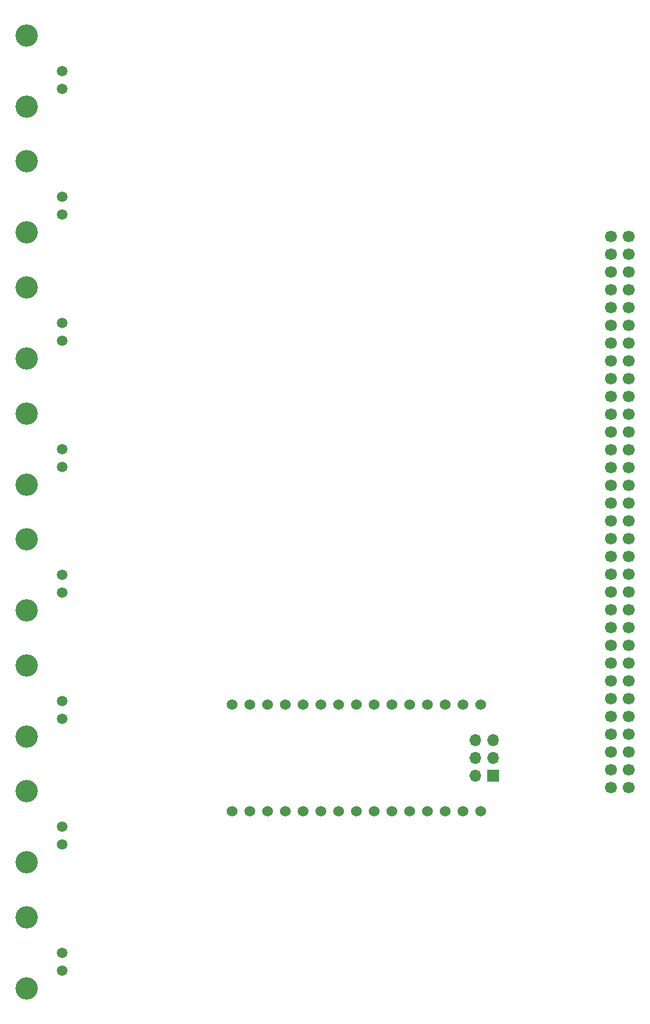
<source format=gbr>
%TF.GenerationSoftware,KiCad,Pcbnew,5.1.12-84ad8e8a86~92~ubuntu20.04.1*%
%TF.CreationDate,2022-05-19T19:13:28+02:00*%
%TF.ProjectId,bkm-129x-simple,626b6d2d-3132-4397-982d-73696d706c65,rev?*%
%TF.SameCoordinates,Original*%
%TF.FileFunction,Soldermask,Bot*%
%TF.FilePolarity,Negative*%
%FSLAX46Y46*%
G04 Gerber Fmt 4.6, Leading zero omitted, Abs format (unit mm)*
G04 Created by KiCad (PCBNEW 5.1.12-84ad8e8a86~92~ubuntu20.04.1) date 2022-05-19 19:13:28*
%MOMM*%
%LPD*%
G01*
G04 APERTURE LIST*
%ADD10C,1.524000*%
%ADD11C,1.500000*%
%ADD12C,3.200000*%
%ADD13R,1.700000X1.700000*%
%ADD14O,1.700000X1.700000*%
%ADD15C,1.700000*%
G04 APERTURE END LIST*
D10*
%TO.C,U3*%
X167117100Y-150924000D03*
X164577100Y-150924000D03*
X162037100Y-150924000D03*
X159497100Y-150924000D03*
X156957100Y-150924000D03*
X154417100Y-150924000D03*
X151877100Y-150924000D03*
X149337100Y-150924000D03*
X146797100Y-150924000D03*
X144257100Y-150924000D03*
X141717100Y-150924000D03*
X139177100Y-150924000D03*
X136637100Y-150924000D03*
X134097100Y-150924000D03*
X131557100Y-150924000D03*
X131557100Y-166164000D03*
X134097100Y-166164000D03*
X136637100Y-166164000D03*
X139177100Y-166164000D03*
X141717100Y-166164000D03*
X144257100Y-166164000D03*
X146797100Y-166164000D03*
X149337100Y-166164000D03*
X151877100Y-166164000D03*
X154417100Y-166164000D03*
X156957100Y-166164000D03*
X159497100Y-166164000D03*
X162037100Y-166164000D03*
X164577100Y-166164000D03*
X167117100Y-166164000D03*
%TD*%
D11*
%TO.C,J41*%
X107280000Y-188940000D03*
D12*
X102200000Y-181320000D03*
X102200000Y-191480000D03*
D11*
X107280000Y-186400000D03*
%TD*%
%TO.C,J31*%
X107280000Y-152940000D03*
D12*
X102200000Y-145320000D03*
X102200000Y-155480000D03*
D11*
X107280000Y-150400000D03*
%TD*%
%TO.C,J21*%
X107280000Y-116940000D03*
D12*
X102200000Y-109320000D03*
X102200000Y-119480000D03*
D11*
X107280000Y-114400000D03*
%TD*%
%TO.C,J11*%
X107280000Y-80940000D03*
D12*
X102200000Y-73320000D03*
X102200000Y-83480000D03*
D11*
X107280000Y-78400000D03*
%TD*%
%TO.C,J4*%
X107280000Y-170940000D03*
D12*
X102200000Y-163320000D03*
X102200000Y-173480000D03*
D11*
X107280000Y-168400000D03*
%TD*%
%TO.C,J3*%
X107280000Y-134940000D03*
D12*
X102200000Y-127320000D03*
X102200000Y-137480000D03*
D11*
X107280000Y-132400000D03*
%TD*%
%TO.C,J2*%
X107280000Y-98940000D03*
D12*
X102200000Y-91320000D03*
X102200000Y-101480000D03*
D11*
X107280000Y-96400000D03*
%TD*%
%TO.C,J1*%
X107280000Y-62940000D03*
D12*
X102200000Y-55320000D03*
X102200000Y-65480000D03*
D11*
X107280000Y-60400000D03*
%TD*%
D13*
%TO.C,J6*%
X168900000Y-161100000D03*
D14*
X166360000Y-161100000D03*
X168900000Y-158560000D03*
X166360000Y-158560000D03*
X168900000Y-156020000D03*
X166360000Y-156020000D03*
%TD*%
D15*
%TO.C,J5*%
X185730000Y-84030000D03*
X185730000Y-86570000D03*
X185730000Y-89110000D03*
X185730000Y-91650000D03*
X185730000Y-94190000D03*
X185730000Y-96730000D03*
X185730000Y-99270000D03*
X185730000Y-101810000D03*
X185730000Y-104350000D03*
X185730000Y-106890000D03*
X185730000Y-109430000D03*
X185730000Y-111970000D03*
X185730000Y-114510000D03*
X185730000Y-117050000D03*
X185730000Y-119590000D03*
X185730000Y-122130000D03*
X185730000Y-124670000D03*
X185730000Y-127210000D03*
X185730000Y-129750000D03*
X185730000Y-132290000D03*
X185730000Y-134830000D03*
X185730000Y-137370000D03*
X185730000Y-139910000D03*
X185730000Y-142450000D03*
X185730000Y-144990000D03*
X185730000Y-147530000D03*
X185730000Y-150070000D03*
X185730000Y-152610000D03*
X185730000Y-155150000D03*
X185730000Y-157690000D03*
X185730000Y-160230000D03*
X185730000Y-162770000D03*
X188270000Y-84030000D03*
X188270000Y-86570000D03*
X188270000Y-89110000D03*
X188270000Y-91650000D03*
X188270000Y-94190000D03*
X188270000Y-96730000D03*
X188270000Y-99270000D03*
X188270000Y-101810000D03*
X188270000Y-104350000D03*
X188270000Y-106890000D03*
X188270000Y-109430000D03*
X188270000Y-111970000D03*
X188270000Y-114510000D03*
X188270000Y-117050000D03*
X188270000Y-119590000D03*
X188270000Y-122130000D03*
X188270000Y-124670000D03*
X188270000Y-127210000D03*
X188270000Y-129750000D03*
X188270000Y-132290000D03*
X188270000Y-134830000D03*
X188270000Y-137370000D03*
X188270000Y-139910000D03*
X188270000Y-142450000D03*
X188270000Y-144990000D03*
X188270000Y-147530000D03*
X188270000Y-150070000D03*
X188270000Y-152610000D03*
X188270000Y-155150000D03*
X188270000Y-157690000D03*
X188270000Y-160230000D03*
X188270000Y-162770000D03*
%TD*%
M02*

</source>
